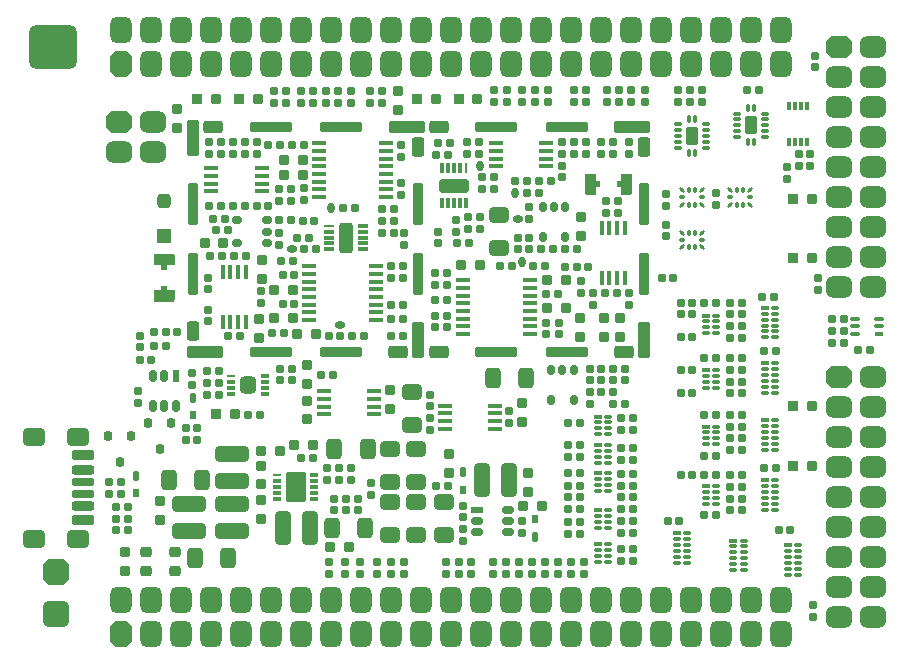
<source format=gbr>
%TF.GenerationSoftware,Altium Limited,Altium Designer,22.7.1 (60)*%
G04 Layer_Color=8388736*
%FSLAX45Y45*%
%MOMM*%
%TF.SameCoordinates,2D3331B9-BAF7-4184-A00F-DBC0A2210F31*%
%TF.FilePolarity,Negative*%
%TF.FileFunction,Soldermask,Top*%
%TF.Part,Single*%
G01*
G75*
%TA.AperFunction,ComponentPad*%
G04:AMPARAMS|DCode=132|XSize=1.78mm|YSize=2.18mm|CornerRadius=0mm|HoleSize=0mm|Usage=FLASHONLY|Rotation=270.000|XOffset=0mm|YOffset=0mm|HoleType=Round|Shape=Octagon|*
%AMOCTAGOND132*
4,1,8,1.09000,0.44500,1.09000,-0.44500,0.64500,-0.89000,-0.64500,-0.89000,-1.09000,-0.44500,-1.09000,0.44500,-0.64500,0.89000,0.64500,0.89000,1.09000,0.44500,0.0*
%
%ADD132OCTAGOND132*%

G04:AMPARAMS|DCode=133|XSize=1.78mm|YSize=2.18mm|CornerRadius=0.465mm|HoleSize=0mm|Usage=FLASHONLY|Rotation=270.000|XOffset=0mm|YOffset=0mm|HoleType=Round|Shape=RoundedRectangle|*
%AMROUNDEDRECTD133*
21,1,1.78000,1.25001,0,0,270.0*
21,1,0.85000,2.18000,0,0,270.0*
1,1,0.93000,-0.62500,-0.42500*
1,1,0.93000,-0.62500,0.42500*
1,1,0.93000,0.62500,0.42500*
1,1,0.93000,0.62500,-0.42500*
%
%ADD133ROUNDEDRECTD133*%
G04:AMPARAMS|DCode=134|XSize=1.78mm|YSize=2.18mm|CornerRadius=0mm|HoleSize=0mm|Usage=FLASHONLY|Rotation=0.000|XOffset=0mm|YOffset=0mm|HoleType=Round|Shape=Octagon|*
%AMOCTAGOND134*
4,1,8,-0.44500,1.09000,0.44500,1.09000,0.89000,0.64500,0.89000,-0.64500,0.44500,-1.09000,-0.44500,-1.09000,-0.89000,-0.64500,-0.89000,0.64500,-0.44500,1.09000,0.0*
%
%ADD134OCTAGOND134*%

G04:AMPARAMS|DCode=135|XSize=1.78mm|YSize=2.18mm|CornerRadius=0.465mm|HoleSize=0mm|Usage=FLASHONLY|Rotation=0.000|XOffset=0mm|YOffset=0mm|HoleType=Round|Shape=RoundedRectangle|*
%AMROUNDEDRECTD135*
21,1,1.78000,1.25001,0,0,0.0*
21,1,0.85000,2.18000,0,0,0.0*
1,1,0.93000,0.42500,-0.62500*
1,1,0.93000,-0.42500,-0.62500*
1,1,0.93000,-0.42500,0.62500*
1,1,0.93000,0.42500,0.62500*
%
%ADD135ROUNDEDRECTD135*%
G04:AMPARAMS|DCode=136|XSize=1.88mm|YSize=1.53mm|CornerRadius=0.4025mm|HoleSize=0mm|Usage=FLASHONLY|Rotation=180.000|XOffset=0mm|YOffset=0mm|HoleType=Round|Shape=RoundedRectangle|*
%AMROUNDEDRECTD136*
21,1,1.88000,0.72500,0,0,180.0*
21,1,1.07500,1.53000,0,0,180.0*
1,1,0.80500,-0.53750,0.36250*
1,1,0.80500,0.53750,0.36250*
1,1,0.80500,0.53750,-0.36250*
1,1,0.80500,-0.53750,-0.36250*
%
%ADD136ROUNDEDRECTD136*%
G04:AMPARAMS|DCode=137|XSize=4.08mm|YSize=3.68mm|CornerRadius=0.58mm|HoleSize=0mm|Usage=FLASHONLY|Rotation=0.000|XOffset=0mm|YOffset=0mm|HoleType=Round|Shape=RoundedRectangle|*
%AMROUNDEDRECTD137*
21,1,4.08000,2.52000,0,0,0.0*
21,1,2.92000,3.68000,0,0,0.0*
1,1,1.16000,1.46000,-1.26000*
1,1,1.16000,-1.46000,-1.26000*
1,1,1.16000,-1.46000,1.26000*
1,1,1.16000,1.46000,1.26000*
%
%ADD137ROUNDEDRECTD137*%
G04:AMPARAMS|DCode=138|XSize=2.28mm|YSize=2.28mm|CornerRadius=0mm|HoleSize=0mm|Usage=FLASHONLY|Rotation=270.000|XOffset=0mm|YOffset=0mm|HoleType=Round|Shape=Octagon|*
%AMOCTAGOND138*
4,1,8,-0.57000,-1.14000,0.57000,-1.14000,1.14000,-0.57000,1.14000,0.57000,0.57000,1.14000,-0.57000,1.14000,-1.14000,0.57000,-1.14000,-0.57000,-0.57000,-1.14000,0.0*
%
%ADD138OCTAGOND138*%

G04:AMPARAMS|DCode=139|XSize=2.28mm|YSize=2.28mm|CornerRadius=0.59mm|HoleSize=0mm|Usage=FLASHONLY|Rotation=270.000|XOffset=0mm|YOffset=0mm|HoleType=Round|Shape=RoundedRectangle|*
%AMROUNDEDRECTD139*
21,1,2.28000,1.10000,0,0,270.0*
21,1,1.10000,2.28000,0,0,270.0*
1,1,1.18000,-0.55000,-0.55000*
1,1,1.18000,-0.55000,0.55000*
1,1,1.18000,0.55000,0.55000*
1,1,1.18000,0.55000,-0.55000*
%
%ADD139ROUNDEDRECTD139*%
%TA.AperFunction,SMDPad,CuDef*%
%ADD608R,0.66000X0.30000*%
G04:AMPARAMS|DCode=609|XSize=0.3mm|YSize=0.66mm|CornerRadius=0.095mm|HoleSize=0mm|Usage=FLASHONLY|Rotation=90.000|XOffset=0mm|YOffset=0mm|HoleType=Round|Shape=RoundedRectangle|*
%AMROUNDEDRECTD609*
21,1,0.30000,0.47000,0,0,90.0*
21,1,0.11000,0.66000,0,0,90.0*
1,1,0.19000,0.23500,0.05500*
1,1,0.19000,0.23500,-0.05500*
1,1,0.19000,-0.23500,-0.05500*
1,1,0.19000,-0.23500,0.05500*
%
%ADD609ROUNDEDRECTD609*%
G04:AMPARAMS|DCode=610|XSize=0.6mm|YSize=0.28mm|CornerRadius=0mm|HoleSize=0mm|Usage=FLASHONLY|Rotation=135.000|XOffset=0mm|YOffset=0mm|HoleType=Round|Shape=Round|*
%AMOVALD610*
21,1,0.32000,0.28000,0.00000,0.00000,135.0*
1,1,0.28000,0.11314,-0.11314*
1,1,0.28000,-0.11314,0.11314*
%
%ADD610OVALD610*%

%ADD611O,0.28000X0.51000*%
G04:AMPARAMS|DCode=612|XSize=0.6mm|YSize=0.28mm|CornerRadius=0mm|HoleSize=0mm|Usage=FLASHONLY|Rotation=45.000|XOffset=0mm|YOffset=0mm|HoleType=Round|Shape=Round|*
%AMOVALD612*
21,1,0.32000,0.28000,0.00000,0.00000,45.0*
1,1,0.28000,-0.11314,-0.11314*
1,1,0.28000,0.11314,0.11314*
%
%ADD612OVALD612*%

%ADD613O,0.51000X0.28000*%
G04:AMPARAMS|DCode=614|XSize=0.63mm|YSize=0.88mm|CornerRadius=0.1775mm|HoleSize=0mm|Usage=FLASHONLY|Rotation=0.000|XOffset=0mm|YOffset=0mm|HoleType=Round|Shape=RoundedRectangle|*
%AMROUNDEDRECTD614*
21,1,0.63000,0.52500,0,0,0.0*
21,1,0.27500,0.88000,0,0,0.0*
1,1,0.35500,0.13750,-0.26250*
1,1,0.35500,-0.13750,-0.26250*
1,1,0.35500,-0.13750,0.26250*
1,1,0.35500,0.13750,0.26250*
%
%ADD614ROUNDEDRECTD614*%
G04:AMPARAMS|DCode=615|XSize=0.29mm|YSize=0.73mm|CornerRadius=0.0875mm|HoleSize=0mm|Usage=FLASHONLY|Rotation=90.000|XOffset=0mm|YOffset=0mm|HoleType=Round|Shape=RoundedRectangle|*
%AMROUNDEDRECTD615*
21,1,0.29000,0.55500,0,0,90.0*
21,1,0.11500,0.73000,0,0,90.0*
1,1,0.17500,0.27750,0.05750*
1,1,0.17500,0.27750,-0.05750*
1,1,0.17500,-0.27750,-0.05750*
1,1,0.17500,-0.27750,0.05750*
%
%ADD615ROUNDEDRECTD615*%
G04:AMPARAMS|DCode=616|XSize=0.29mm|YSize=0.73mm|CornerRadius=0.0875mm|HoleSize=0mm|Usage=FLASHONLY|Rotation=0.000|XOffset=0mm|YOffset=0mm|HoleType=Round|Shape=RoundedRectangle|*
%AMROUNDEDRECTD616*
21,1,0.29000,0.55500,0,0,0.0*
21,1,0.11500,0.73000,0,0,0.0*
1,1,0.17500,0.05750,-0.27750*
1,1,0.17500,-0.05750,-0.27750*
1,1,0.17500,-0.05750,0.27750*
1,1,0.17500,0.05750,0.27750*
%
%ADD616ROUNDEDRECTD616*%
G04:AMPARAMS|DCode=617|XSize=1.06mm|YSize=1.56mm|CornerRadius=0.28mm|HoleSize=0mm|Usage=FLASHONLY|Rotation=0.000|XOffset=0mm|YOffset=0mm|HoleType=Round|Shape=RoundedRectangle|*
%AMROUNDEDRECTD617*
21,1,1.06000,1.00000,0,0,0.0*
21,1,0.50000,1.56000,0,0,0.0*
1,1,0.56000,0.25000,-0.50000*
1,1,0.56000,-0.25000,-0.50000*
1,1,0.56000,-0.25000,0.50000*
1,1,0.56000,0.25000,0.50000*
%
%ADD617ROUNDEDRECTD617*%
G04:AMPARAMS|DCode=618|XSize=0.29mm|YSize=0.76mm|CornerRadius=0.0875mm|HoleSize=0mm|Usage=FLASHONLY|Rotation=90.000|XOffset=0mm|YOffset=0mm|HoleType=Round|Shape=RoundedRectangle|*
%AMROUNDEDRECTD618*
21,1,0.29000,0.58500,0,0,90.0*
21,1,0.11500,0.76000,0,0,90.0*
1,1,0.17500,0.29250,0.05750*
1,1,0.17500,0.29250,-0.05750*
1,1,0.17500,-0.29250,-0.05750*
1,1,0.17500,-0.29250,0.05750*
%
%ADD618ROUNDEDRECTD618*%
G04:AMPARAMS|DCode=619|XSize=2.56mm|YSize=1.71mm|CornerRadius=0.195mm|HoleSize=0mm|Usage=FLASHONLY|Rotation=90.000|XOffset=0mm|YOffset=0mm|HoleType=Round|Shape=RoundedRectangle|*
%AMROUNDEDRECTD619*
21,1,2.56000,1.32000,0,0,90.0*
21,1,2.17000,1.71000,0,0,90.0*
1,1,0.39000,0.66000,1.08500*
1,1,0.39000,0.66000,-1.08500*
1,1,0.39000,-0.66000,-1.08500*
1,1,0.39000,-0.66000,1.08500*
%
%ADD619ROUNDEDRECTD619*%
%ADD620R,0.76000X0.29000*%
G04:AMPARAMS|DCode=621|XSize=0.41mm|YSize=1.21mm|CornerRadius=0.1175mm|HoleSize=0mm|Usage=FLASHONLY|Rotation=90.000|XOffset=0mm|YOffset=0mm|HoleType=Round|Shape=RoundedRectangle|*
%AMROUNDEDRECTD621*
21,1,0.41000,0.97500,0,0,90.0*
21,1,0.17500,1.21000,0,0,90.0*
1,1,0.23500,0.48750,0.08750*
1,1,0.23500,0.48750,-0.08750*
1,1,0.23500,-0.48750,-0.08750*
1,1,0.23500,-0.48750,0.08750*
%
%ADD621ROUNDEDRECTD621*%
%ADD622R,1.21000X0.41000*%
%ADD623R,0.98000X0.63000*%
G04:AMPARAMS|DCode=624|XSize=0.63mm|YSize=0.98mm|CornerRadius=0.1775mm|HoleSize=0mm|Usage=FLASHONLY|Rotation=90.000|XOffset=0mm|YOffset=0mm|HoleType=Round|Shape=RoundedRectangle|*
%AMROUNDEDRECTD624*
21,1,0.63000,0.62500,0,0,90.0*
21,1,0.27500,0.98000,0,0,90.0*
1,1,0.35500,0.31250,0.13750*
1,1,0.35500,0.31250,-0.13750*
1,1,0.35500,-0.31250,-0.13750*
1,1,0.35500,-0.31250,0.13750*
%
%ADD624ROUNDEDRECTD624*%
%ADD625R,0.63000X0.98000*%
G04:AMPARAMS|DCode=626|XSize=0.63mm|YSize=0.98mm|CornerRadius=0.1775mm|HoleSize=0mm|Usage=FLASHONLY|Rotation=0.000|XOffset=0mm|YOffset=0mm|HoleType=Round|Shape=RoundedRectangle|*
%AMROUNDEDRECTD626*
21,1,0.63000,0.62500,0,0,0.0*
21,1,0.27500,0.98000,0,0,0.0*
1,1,0.35500,0.13750,-0.31250*
1,1,0.35500,-0.13750,-0.31250*
1,1,0.35500,-0.13750,0.31250*
1,1,0.35500,0.13750,0.31250*
%
%ADD626ROUNDEDRECTD626*%
G04:AMPARAMS|DCode=627|XSize=1.46mm|YSize=1.36mm|CornerRadius=0.355mm|HoleSize=0mm|Usage=FLASHONLY|Rotation=90.000|XOffset=0mm|YOffset=0mm|HoleType=Round|Shape=RoundedRectangle|*
%AMROUNDEDRECTD627*
21,1,1.46000,0.65000,0,0,90.0*
21,1,0.75000,1.36000,0,0,90.0*
1,1,0.71000,0.32500,0.37500*
1,1,0.71000,0.32500,-0.37500*
1,1,0.71000,-0.32500,-0.37500*
1,1,0.71000,-0.32500,0.37500*
%
%ADD627ROUNDEDRECTD627*%
G04:AMPARAMS|DCode=628|XSize=0.41mm|YSize=0.78mm|CornerRadius=0.1225mm|HoleSize=0mm|Usage=FLASHONLY|Rotation=270.000|XOffset=0mm|YOffset=0mm|HoleType=Round|Shape=RoundedRectangle|*
%AMROUNDEDRECTD628*
21,1,0.41000,0.53500,0,0,270.0*
21,1,0.16500,0.78000,0,0,270.0*
1,1,0.24500,-0.26750,-0.08250*
1,1,0.24500,-0.26750,0.08250*
1,1,0.24500,0.26750,0.08250*
1,1,0.24500,0.26750,-0.08250*
%
%ADD628ROUNDEDRECTD628*%
%ADD629R,0.78000X0.41000*%
%ADD630R,0.30000X0.75000*%
G04:AMPARAMS|DCode=631|XSize=0.3mm|YSize=0.75mm|CornerRadius=0.0875mm|HoleSize=0mm|Usage=FLASHONLY|Rotation=0.000|XOffset=0mm|YOffset=0mm|HoleType=Round|Shape=RoundedRectangle|*
%AMROUNDEDRECTD631*
21,1,0.30000,0.57500,0,0,0.0*
21,1,0.12500,0.75000,0,0,0.0*
1,1,0.17500,0.06250,-0.28750*
1,1,0.17500,-0.06250,-0.28750*
1,1,0.17500,-0.06250,0.28750*
1,1,0.17500,0.06250,0.28750*
%
%ADD631ROUNDEDRECTD631*%
G04:AMPARAMS|DCode=632|XSize=0.63mm|YSize=0.88mm|CornerRadius=0.1775mm|HoleSize=0mm|Usage=FLASHONLY|Rotation=270.000|XOffset=0mm|YOffset=0mm|HoleType=Round|Shape=RoundedRectangle|*
%AMROUNDEDRECTD632*
21,1,0.63000,0.52500,0,0,270.0*
21,1,0.27500,0.88000,0,0,270.0*
1,1,0.35500,-0.26250,-0.13750*
1,1,0.35500,-0.26250,0.13750*
1,1,0.35500,0.26250,0.13750*
1,1,0.35500,0.26250,-0.13750*
%
%ADD632ROUNDEDRECTD632*%
G04:AMPARAMS|DCode=633|XSize=0.41mm|YSize=1.26mm|CornerRadius=0.1175mm|HoleSize=0mm|Usage=FLASHONLY|Rotation=90.000|XOffset=0mm|YOffset=0mm|HoleType=Round|Shape=RoundedRectangle|*
%AMROUNDEDRECTD633*
21,1,0.41000,1.02500,0,0,90.0*
21,1,0.17500,1.26000,0,0,90.0*
1,1,0.23500,0.51250,0.08750*
1,1,0.23500,0.51250,-0.08750*
1,1,0.23500,-0.51250,-0.08750*
1,1,0.23500,-0.51250,0.08750*
%
%ADD633ROUNDEDRECTD633*%
%ADD634R,1.26000X0.41000*%
%ADD635R,0.91000X0.29000*%
G04:AMPARAMS|DCode=636|XSize=0.29mm|YSize=0.91mm|CornerRadius=0.0875mm|HoleSize=0mm|Usage=FLASHONLY|Rotation=90.000|XOffset=0mm|YOffset=0mm|HoleType=Round|Shape=RoundedRectangle|*
%AMROUNDEDRECTD636*
21,1,0.29000,0.73500,0,0,90.0*
21,1,0.11500,0.91000,0,0,90.0*
1,1,0.17500,0.36750,0.05750*
1,1,0.17500,0.36750,-0.05750*
1,1,0.17500,-0.36750,-0.05750*
1,1,0.17500,-0.36750,0.05750*
%
%ADD636ROUNDEDRECTD636*%
G04:AMPARAMS|DCode=637|XSize=2.61mm|YSize=1.16mm|CornerRadius=0.305mm|HoleSize=0mm|Usage=FLASHONLY|Rotation=90.000|XOffset=0mm|YOffset=0mm|HoleType=Round|Shape=RoundedRectangle|*
%AMROUNDEDRECTD637*
21,1,2.61000,0.55000,0,0,90.0*
21,1,2.00000,1.16000,0,0,90.0*
1,1,0.61000,0.27500,1.00000*
1,1,0.61000,0.27500,-1.00000*
1,1,0.61000,-0.27500,-1.00000*
1,1,0.61000,-0.27500,1.00000*
%
%ADD637ROUNDEDRECTD637*%
G04:AMPARAMS|DCode=638|XSize=0.41mm|YSize=1.21mm|CornerRadius=0.1175mm|HoleSize=0mm|Usage=FLASHONLY|Rotation=180.000|XOffset=0mm|YOffset=0mm|HoleType=Round|Shape=RoundedRectangle|*
%AMROUNDEDRECTD638*
21,1,0.41000,0.97500,0,0,180.0*
21,1,0.17500,1.21000,0,0,180.0*
1,1,0.23500,-0.08750,0.48750*
1,1,0.23500,0.08750,0.48750*
1,1,0.23500,0.08750,-0.48750*
1,1,0.23500,-0.08750,-0.48750*
%
%ADD638ROUNDEDRECTD638*%
%ADD639R,0.41000X1.21000*%
%ADD640R,0.29000X0.91000*%
G04:AMPARAMS|DCode=641|XSize=0.29mm|YSize=0.91mm|CornerRadius=0.0875mm|HoleSize=0mm|Usage=FLASHONLY|Rotation=0.000|XOffset=0mm|YOffset=0mm|HoleType=Round|Shape=RoundedRectangle|*
%AMROUNDEDRECTD641*
21,1,0.29000,0.73500,0,0,0.0*
21,1,0.11500,0.91000,0,0,0.0*
1,1,0.17500,0.05750,-0.36750*
1,1,0.17500,-0.05750,-0.36750*
1,1,0.17500,-0.05750,0.36750*
1,1,0.17500,0.05750,0.36750*
%
%ADD641ROUNDEDRECTD641*%
G04:AMPARAMS|DCode=642|XSize=2.61mm|YSize=1.16mm|CornerRadius=0.305mm|HoleSize=0mm|Usage=FLASHONLY|Rotation=0.000|XOffset=0mm|YOffset=0mm|HoleType=Round|Shape=RoundedRectangle|*
%AMROUNDEDRECTD642*
21,1,2.61000,0.55000,0,0,0.0*
21,1,2.00000,1.16000,0,0,0.0*
1,1,0.61000,1.00000,-0.27500*
1,1,0.61000,-1.00000,-0.27500*
1,1,0.61000,-1.00000,0.27500*
1,1,0.61000,1.00000,0.27500*
%
%ADD642ROUNDEDRECTD642*%
%ADD643O,0.88000X0.68000*%
%ADD644O,0.68000X0.88000*%
G04:AMPARAMS|DCode=645|XSize=0.68mm|YSize=0.78mm|CornerRadius=0.19mm|HoleSize=0mm|Usage=FLASHONLY|Rotation=0.000|XOffset=0mm|YOffset=0mm|HoleType=Round|Shape=RoundedRectangle|*
%AMROUNDEDRECTD645*
21,1,0.68000,0.40000,0,0,0.0*
21,1,0.30000,0.78000,0,0,0.0*
1,1,0.38000,0.15000,-0.20000*
1,1,0.38000,-0.15000,-0.20000*
1,1,0.38000,-0.15000,0.20000*
1,1,0.38000,0.15000,0.20000*
%
%ADD645ROUNDEDRECTD645*%
G04:AMPARAMS|DCode=646|XSize=0.68mm|YSize=0.68mm|CornerRadius=0.19mm|HoleSize=0mm|Usage=FLASHONLY|Rotation=270.000|XOffset=0mm|YOffset=0mm|HoleType=Round|Shape=RoundedRectangle|*
%AMROUNDEDRECTD646*
21,1,0.68000,0.30000,0,0,270.0*
21,1,0.30000,0.68000,0,0,270.0*
1,1,0.38000,-0.15000,-0.15000*
1,1,0.38000,-0.15000,0.15000*
1,1,0.38000,0.15000,0.15000*
1,1,0.38000,0.15000,-0.15000*
%
%ADD646ROUNDEDRECTD646*%
G04:AMPARAMS|DCode=647|XSize=0.68mm|YSize=0.68mm|CornerRadius=0.19mm|HoleSize=0mm|Usage=FLASHONLY|Rotation=0.000|XOffset=0mm|YOffset=0mm|HoleType=Round|Shape=RoundedRectangle|*
%AMROUNDEDRECTD647*
21,1,0.68000,0.30000,0,0,0.0*
21,1,0.30000,0.68000,0,0,0.0*
1,1,0.38000,0.15000,-0.15000*
1,1,0.38000,-0.15000,-0.15000*
1,1,0.38000,-0.15000,0.15000*
1,1,0.38000,0.15000,0.15000*
%
%ADD647ROUNDEDRECTD647*%
%ADD648R,0.54000X1.00000*%
%ADD649O,1.78000X0.38000*%
%ADD650R,1.00000X0.54000*%
%ADD651O,0.38000X1.78000*%
G04:AMPARAMS|DCode=652|XSize=1.88mm|YSize=0.71mm|CornerRadius=0.1975mm|HoleSize=0mm|Usage=FLASHONLY|Rotation=180.000|XOffset=0mm|YOffset=0mm|HoleType=Round|Shape=RoundedRectangle|*
%AMROUNDEDRECTD652*
21,1,1.88000,0.31500,0,0,180.0*
21,1,1.48500,0.71000,0,0,180.0*
1,1,0.39500,-0.74250,0.15750*
1,1,0.39500,0.74250,0.15750*
1,1,0.39500,0.74250,-0.15750*
1,1,0.39500,-0.74250,-0.15750*
%
%ADD652ROUNDEDRECTD652*%
G04:AMPARAMS|DCode=653|XSize=1.88mm|YSize=0.8mm|CornerRadius=0.22mm|HoleSize=0mm|Usage=FLASHONLY|Rotation=180.000|XOffset=0mm|YOffset=0mm|HoleType=Round|Shape=RoundedRectangle|*
%AMROUNDEDRECTD653*
21,1,1.88000,0.36000,0,0,180.0*
21,1,1.44000,0.80000,0,0,180.0*
1,1,0.44000,-0.72000,0.18000*
1,1,0.44000,0.72000,0.18000*
1,1,0.44000,0.72000,-0.18000*
1,1,0.44000,-0.72000,-0.18000*
%
%ADD653ROUNDEDRECTD653*%
G04:AMPARAMS|DCode=654|XSize=1.88mm|YSize=0.88mm|CornerRadius=0.24mm|HoleSize=0mm|Usage=FLASHONLY|Rotation=180.000|XOffset=0mm|YOffset=0mm|HoleType=Round|Shape=RoundedRectangle|*
%AMROUNDEDRECTD654*
21,1,1.88000,0.40000,0,0,180.0*
21,1,1.40000,0.88000,0,0,180.0*
1,1,0.48000,-0.70000,0.20000*
1,1,0.48000,0.70000,0.20000*
1,1,0.48000,0.70000,-0.20000*
1,1,0.48000,-0.70000,-0.20000*
%
%ADD654ROUNDEDRECTD654*%
G04:AMPARAMS|DCode=655|XSize=3.08mm|YSize=1.08mm|CornerRadius=0.29mm|HoleSize=0mm|Usage=FLASHONLY|Rotation=90.000|XOffset=0mm|YOffset=0mm|HoleType=Round|Shape=RoundedRectangle|*
%AMROUNDEDRECTD655*
21,1,3.08000,0.50000,0,0,90.0*
21,1,2.50000,1.08000,0,0,90.0*
1,1,0.58000,0.25000,1.25000*
1,1,0.58000,0.25000,-1.25000*
1,1,0.58000,-0.25000,-1.25000*
1,1,0.58000,-0.25000,1.25000*
%
%ADD655ROUNDEDRECTD655*%
%TA.AperFunction,SMDPad,SMDef*%
G04:AMPARAMS|DCode=656|XSize=3.6mm|YSize=0.8mm|CornerRadius=0.15mm|HoleSize=0mm|Usage=FLASHONLY|Rotation=90.000|XOffset=0mm|YOffset=0mm|HoleType=Round|Shape=RoundedRectangle|*
%AMROUNDEDRECTD656*
21,1,3.60000,0.50000,0,0,90.0*
21,1,3.30000,0.80000,0,0,90.0*
1,1,0.30000,0.25000,1.65000*
1,1,0.30000,0.25000,-1.65000*
1,1,0.30000,-0.25000,-1.65000*
1,1,0.30000,-0.25000,1.65000*
%
%ADD656ROUNDEDRECTD656*%
%TA.AperFunction,SMDPad,CuDef*%
G04:AMPARAMS|DCode=657|XSize=1.68mm|YSize=1.08mm|CornerRadius=0.29mm|HoleSize=0mm|Usage=FLASHONLY|Rotation=180.000|XOffset=0mm|YOffset=0mm|HoleType=Round|Shape=RoundedRectangle|*
%AMROUNDEDRECTD657*
21,1,1.68000,0.50000,0,0,180.0*
21,1,1.10000,1.08000,0,0,180.0*
1,1,0.58000,-0.55000,0.25000*
1,1,0.58000,0.55000,0.25000*
1,1,0.58000,0.55000,-0.25000*
1,1,0.58000,-0.55000,-0.25000*
%
%ADD657ROUNDEDRECTD657*%
G04:AMPARAMS|DCode=658|XSize=3.08mm|YSize=1.08mm|CornerRadius=0.29mm|HoleSize=0mm|Usage=FLASHONLY|Rotation=0.000|XOffset=0mm|YOffset=0mm|HoleType=Round|Shape=RoundedRectangle|*
%AMROUNDEDRECTD658*
21,1,3.08000,0.50000,0,0,0.0*
21,1,2.50000,1.08000,0,0,0.0*
1,1,0.58000,1.25000,-0.25000*
1,1,0.58000,-1.25000,-0.25000*
1,1,0.58000,-1.25000,0.25000*
1,1,0.58000,1.25000,0.25000*
%
%ADD658ROUNDEDRECTD658*%
%TA.AperFunction,SMDPad,SMDef*%
G04:AMPARAMS|DCode=659|XSize=3.596mm|YSize=0.796mm|CornerRadius=0.148mm|HoleSize=0mm|Usage=FLASHONLY|Rotation=0.000|XOffset=0mm|YOffset=0mm|HoleType=Round|Shape=RoundedRectangle|*
%AMROUNDEDRECTD659*
21,1,3.59600,0.50000,0,0,0.0*
21,1,3.30000,0.79600,0,0,0.0*
1,1,0.29600,1.65000,-0.25000*
1,1,0.29600,-1.65000,-0.25000*
1,1,0.29600,-1.65000,0.25000*
1,1,0.29600,1.65000,0.25000*
%
%ADD659ROUNDEDRECTD659*%
G04:AMPARAMS|DCode=660|XSize=3.6mm|YSize=0.8mm|CornerRadius=0.15mm|HoleSize=0mm|Usage=FLASHONLY|Rotation=0.000|XOffset=0mm|YOffset=0mm|HoleType=Round|Shape=RoundedRectangle|*
%AMROUNDEDRECTD660*
21,1,3.60000,0.50000,0,0,0.0*
21,1,3.30000,0.80000,0,0,0.0*
1,1,0.30000,1.65000,-0.25000*
1,1,0.30000,-1.65000,-0.25000*
1,1,0.30000,-1.65000,0.25000*
1,1,0.30000,1.65000,0.25000*
%
%ADD660ROUNDEDRECTD660*%
%TA.AperFunction,SMDPad,CuDef*%
G04:AMPARAMS|DCode=661|XSize=1.68mm|YSize=1.08mm|CornerRadius=0.29mm|HoleSize=0mm|Usage=FLASHONLY|Rotation=90.000|XOffset=0mm|YOffset=0mm|HoleType=Round|Shape=RoundedRectangle|*
%AMROUNDEDRECTD661*
21,1,1.68000,0.50000,0,0,90.0*
21,1,1.10000,1.08000,0,0,90.0*
1,1,0.58000,0.25000,0.55000*
1,1,0.58000,0.25000,-0.55000*
1,1,0.58000,-0.25000,-0.55000*
1,1,0.58000,-0.25000,0.55000*
%
%ADD661ROUNDEDRECTD661*%
G04:AMPARAMS|DCode=662|XSize=2.88mm|YSize=1.38mm|CornerRadius=0.365mm|HoleSize=0mm|Usage=FLASHONLY|Rotation=90.000|XOffset=0mm|YOffset=0mm|HoleType=Round|Shape=RoundedRectangle|*
%AMROUNDEDRECTD662*
21,1,2.88000,0.65000,0,0,90.0*
21,1,2.15000,1.38000,0,0,90.0*
1,1,0.73000,0.32500,1.07500*
1,1,0.73000,0.32500,-1.07500*
1,1,0.73000,-0.32500,-1.07500*
1,1,0.73000,-0.32500,1.07500*
%
%ADD662ROUNDEDRECTD662*%
G04:AMPARAMS|DCode=663|XSize=2.88mm|YSize=1.38mm|CornerRadius=0.365mm|HoleSize=0mm|Usage=FLASHONLY|Rotation=0.000|XOffset=0mm|YOffset=0mm|HoleType=Round|Shape=RoundedRectangle|*
%AMROUNDEDRECTD663*
21,1,2.88000,0.65000,0,0,0.0*
21,1,2.15000,1.38000,0,0,0.0*
1,1,0.73000,1.07500,-0.32500*
1,1,0.73000,-1.07500,-0.32500*
1,1,0.73000,-1.07500,0.32500*
1,1,0.73000,1.07500,0.32500*
%
%ADD663ROUNDEDRECTD663*%
G04:AMPARAMS|DCode=664|XSize=0.98mm|YSize=0.88mm|CornerRadius=0.24mm|HoleSize=0mm|Usage=FLASHONLY|Rotation=0.000|XOffset=0mm|YOffset=0mm|HoleType=Round|Shape=RoundedRectangle|*
%AMROUNDEDRECTD664*
21,1,0.98000,0.40000,0,0,0.0*
21,1,0.50000,0.88000,0,0,0.0*
1,1,0.48000,0.25000,-0.20000*
1,1,0.48000,-0.25000,-0.20000*
1,1,0.48000,-0.25000,0.20000*
1,1,0.48000,0.25000,0.20000*
%
%ADD664ROUNDEDRECTD664*%
G04:AMPARAMS|DCode=665|XSize=0.88mm|YSize=0.88mm|CornerRadius=0.24mm|HoleSize=0mm|Usage=FLASHONLY|Rotation=90.000|XOffset=0mm|YOffset=0mm|HoleType=Round|Shape=RoundedRectangle|*
%AMROUNDEDRECTD665*
21,1,0.88000,0.40000,0,0,90.0*
21,1,0.40000,0.88000,0,0,90.0*
1,1,0.48000,0.20000,0.20000*
1,1,0.48000,0.20000,-0.20000*
1,1,0.48000,-0.20000,-0.20000*
1,1,0.48000,-0.20000,0.20000*
%
%ADD665ROUNDEDRECTD665*%
%ADD666R,0.88000X0.88000*%
G04:AMPARAMS|DCode=667|XSize=0.58mm|YSize=0.78mm|CornerRadius=0.165mm|HoleSize=0mm|Usage=FLASHONLY|Rotation=180.000|XOffset=0mm|YOffset=0mm|HoleType=Round|Shape=RoundedRectangle|*
%AMROUNDEDRECTD667*
21,1,0.58000,0.45000,0,0,180.0*
21,1,0.25000,0.78000,0,0,180.0*
1,1,0.33000,-0.12500,0.22500*
1,1,0.33000,0.12500,0.22500*
1,1,0.33000,0.12500,-0.22500*
1,1,0.33000,-0.12500,-0.22500*
%
%ADD667ROUNDEDRECTD667*%
%ADD668R,0.58000X0.78000*%
G04:AMPARAMS|DCode=669|XSize=1.18mm|YSize=1.18mm|CornerRadius=0.315mm|HoleSize=0mm|Usage=FLASHONLY|Rotation=180.000|XOffset=0mm|YOffset=0mm|HoleType=Round|Shape=RoundedRectangle|*
%AMROUNDEDRECTD669*
21,1,1.18000,0.55000,0,0,180.0*
21,1,0.55000,1.18000,0,0,180.0*
1,1,0.63000,-0.27500,0.27500*
1,1,0.63000,0.27500,0.27500*
1,1,0.63000,0.27500,-0.27500*
1,1,0.63000,-0.27500,-0.27500*
%
%ADD669ROUNDEDRECTD669*%
%ADD670R,1.18000X1.18000*%
G04:AMPARAMS|DCode=671|XSize=0.88mm|YSize=0.88mm|CornerRadius=0.24mm|HoleSize=0mm|Usage=FLASHONLY|Rotation=180.000|XOffset=0mm|YOffset=0mm|HoleType=Round|Shape=RoundedRectangle|*
%AMROUNDEDRECTD671*
21,1,0.88000,0.40000,0,0,180.0*
21,1,0.40000,0.88000,0,0,180.0*
1,1,0.48000,-0.20000,0.20000*
1,1,0.48000,0.20000,0.20000*
1,1,0.48000,0.20000,-0.20000*
1,1,0.48000,-0.20000,-0.20000*
%
%ADD671ROUNDEDRECTD671*%
G04:AMPARAMS|DCode=672|XSize=1.73mm|YSize=1.33mm|CornerRadius=0.3525mm|HoleSize=0mm|Usage=FLASHONLY|Rotation=0.000|XOffset=0mm|YOffset=0mm|HoleType=Round|Shape=RoundedRectangle|*
%AMROUNDEDRECTD672*
21,1,1.73000,0.62500,0,0,0.0*
21,1,1.02500,1.33000,0,0,0.0*
1,1,0.70500,0.51250,-0.31250*
1,1,0.70500,-0.51250,-0.31250*
1,1,0.70500,-0.51250,0.31250*
1,1,0.70500,0.51250,0.31250*
%
%ADD672ROUNDEDRECTD672*%
G04:AMPARAMS|DCode=673|XSize=1.73mm|YSize=1.33mm|CornerRadius=0.3525mm|HoleSize=0mm|Usage=FLASHONLY|Rotation=270.000|XOffset=0mm|YOffset=0mm|HoleType=Round|Shape=RoundedRectangle|*
%AMROUNDEDRECTD673*
21,1,1.73000,0.62500,0,0,270.0*
21,1,1.02500,1.33000,0,0,270.0*
1,1,0.70500,-0.31250,-0.51250*
1,1,0.70500,-0.31250,0.51250*
1,1,0.70500,0.31250,0.51250*
1,1,0.70500,0.31250,-0.51250*
%
%ADD673ROUNDEDRECTD673*%
G36*
X2485784Y3083942D02*
X2486538Y3083713D01*
X2487233Y3083342D01*
X2487842Y3082842D01*
X2488342Y3082233D01*
X2488713Y3081538D01*
X2488942Y3080784D01*
X2489019Y3080000D01*
Y3005000D01*
X2488942Y3004216D01*
X2488713Y3003462D01*
X2488342Y3002767D01*
X2487842Y3002158D01*
X2487233Y3001658D01*
X2486538Y3001287D01*
X2485784Y3001058D01*
X2485000Y3000981D01*
X2315000D01*
X2314216Y3001058D01*
X2313462Y3001287D01*
X2312767Y3001658D01*
X2312158Y3002158D01*
X2311658Y3002767D01*
X2311287Y3003462D01*
X2311058Y3004216D01*
X2310981Y3005000D01*
Y3080000D01*
X2311058Y3080784D01*
X2311287Y3081538D01*
X2311658Y3082233D01*
X2312158Y3082842D01*
X2312767Y3083342D01*
X2313462Y3083713D01*
X2314216Y3083942D01*
X2315000Y3084019D01*
X2372511D01*
X2373295Y3083942D01*
X2374049Y3083713D01*
X2374744Y3083342D01*
X2375353Y3082842D01*
X2375853Y3082233D01*
X2376224Y3081538D01*
X2376453Y3080784D01*
X2376530Y3080000D01*
Y3024006D01*
X2423527D01*
Y3080000D01*
X2423604Y3080784D01*
X2423833Y3081538D01*
X2424204Y3082233D01*
X2424704Y3082842D01*
X2425313Y3083342D01*
X2426008Y3083713D01*
X2426762Y3083942D01*
X2427546Y3084019D01*
X2485000D01*
X2485784Y3083942D01*
D02*
G37*
G36*
Y3378942D02*
X2486538Y3378713D01*
X2487233Y3378342D01*
X2487842Y3377842D01*
X2488342Y3377233D01*
X2488713Y3376538D01*
X2488942Y3375784D01*
X2489019Y3375000D01*
Y3300000D01*
X2488942Y3299216D01*
X2488713Y3298462D01*
X2488342Y3297767D01*
X2487842Y3297158D01*
X2487233Y3296658D01*
X2486538Y3296287D01*
X2485784Y3296058D01*
X2485000Y3295981D01*
X2427505Y3295981D01*
X2426721Y3296058D01*
X2425967Y3296287D01*
X2425272Y3296659D01*
X2424663Y3297159D01*
X2424163Y3297768D01*
X2423792Y3298462D01*
X2423563Y3299216D01*
X2423486Y3300001D01*
X2423485Y3355986D01*
X2376522Y3355986D01*
X2376522Y3300000D01*
X2376445Y3299216D01*
X2376216Y3298462D01*
X2375845Y3297767D01*
X2375345Y3297158D01*
X2374736Y3296658D01*
X2374041Y3296287D01*
X2373287Y3296058D01*
X2372503Y3295981D01*
X2315000Y3295981D01*
X2314216Y3296058D01*
X2313462Y3296287D01*
X2312767Y3296658D01*
X2312158Y3297158D01*
X2311658Y3297767D01*
X2311287Y3298462D01*
X2311058Y3299216D01*
X2310981Y3300000D01*
Y3375000D01*
X2311058Y3375784D01*
X2311287Y3376538D01*
X2311658Y3377233D01*
X2312158Y3377842D01*
X2312767Y3378342D01*
X2313462Y3378713D01*
X2314216Y3378942D01*
X2315000Y3379019D01*
X2485000D01*
X2485784Y3378942D01*
D02*
G37*
G36*
X6050784Y4068942D02*
X6051538Y4068713D01*
X6052233Y4068342D01*
X6052842Y4067842D01*
X6053342Y4067233D01*
X6053713Y4066538D01*
X6053942Y4065784D01*
X6054019Y4065000D01*
X6054019Y4007505D01*
X6053942Y4006721D01*
X6053713Y4005967D01*
X6053341Y4005272D01*
X6052842Y4004663D01*
X6052232Y4004163D01*
X6051538Y4003792D01*
X6050784Y4003563D01*
X6050000Y4003486D01*
X5994014Y4003485D01*
X5994014Y3956522D01*
X6050000Y3956522D01*
X6050784Y3956445D01*
X6051538Y3956216D01*
X6052233Y3955845D01*
X6052842Y3955345D01*
X6053342Y3954736D01*
X6053713Y3954041D01*
X6053942Y3953287D01*
X6054019Y3952503D01*
X6054019Y3895000D01*
X6053942Y3894216D01*
X6053713Y3893462D01*
X6053342Y3892767D01*
X6052842Y3892158D01*
X6052233Y3891658D01*
X6051538Y3891287D01*
X6050784Y3891058D01*
X6050000Y3890981D01*
X5975000D01*
X5974216Y3891058D01*
X5973462Y3891287D01*
X5972767Y3891658D01*
X5972158Y3892158D01*
X5971658Y3892767D01*
X5971287Y3893462D01*
X5971058Y3894216D01*
X5970981Y3895000D01*
Y4065000D01*
X5971058Y4065784D01*
X5971287Y4066538D01*
X5971658Y4067233D01*
X5972158Y4067842D01*
X5972767Y4068342D01*
X5973462Y4068713D01*
X5974216Y4068942D01*
X5975000Y4069019D01*
X6050000D01*
X6050784Y4068942D01*
D02*
G37*
G36*
X6345784D02*
X6346538Y4068713D01*
X6347233Y4068342D01*
X6347842Y4067842D01*
X6348342Y4067233D01*
X6348713Y4066538D01*
X6348942Y4065784D01*
X6349019Y4065000D01*
Y3895000D01*
X6348942Y3894216D01*
X6348713Y3893462D01*
X6348342Y3892767D01*
X6347842Y3892158D01*
X6347233Y3891658D01*
X6346538Y3891287D01*
X6345784Y3891058D01*
X6345000Y3890981D01*
X6270000D01*
X6269216Y3891058D01*
X6268462Y3891287D01*
X6267767Y3891658D01*
X6267158Y3892158D01*
X6266658Y3892767D01*
X6266287Y3893462D01*
X6266058Y3894216D01*
X6265981Y3895000D01*
Y3952511D01*
X6266058Y3953295D01*
X6266287Y3954049D01*
X6266658Y3954744D01*
X6267158Y3955353D01*
X6267767Y3955853D01*
X6268462Y3956224D01*
X6269216Y3956453D01*
X6270000Y3956530D01*
X6325994D01*
Y4003526D01*
X6270000D01*
X6269216Y4003604D01*
X6268462Y4003832D01*
X6267767Y4004204D01*
X6267158Y4004704D01*
X6266658Y4005313D01*
X6266287Y4006007D01*
X6266058Y4006762D01*
X6265981Y4007546D01*
Y4065000D01*
X6266058Y4065784D01*
X6266287Y4066538D01*
X6266658Y4067233D01*
X6267158Y4067842D01*
X6267767Y4068342D01*
X6268462Y4068713D01*
X6269216Y4068942D01*
X6270000Y4069019D01*
X6345000D01*
X6345784Y4068942D01*
D02*
G37*
D132*
X8108000Y2349500D02*
D03*
Y5143500D02*
D03*
X2012000Y4512400D02*
D03*
D133*
X8108000Y2095500D02*
D03*
Y1841500D02*
D03*
Y1587500D02*
D03*
Y1333500D02*
D03*
Y1079500D02*
D03*
Y825500D02*
D03*
X8402000Y2349500D02*
D03*
Y2095500D02*
D03*
Y1841500D02*
D03*
Y1587500D02*
D03*
Y1333500D02*
D03*
Y1079500D02*
D03*
Y825500D02*
D03*
X8108000Y571500D02*
D03*
Y317500D02*
D03*
X8402000Y571500D02*
D03*
Y317500D02*
D03*
X8108000Y4889500D02*
D03*
Y4635500D02*
D03*
Y4381500D02*
D03*
Y4127500D02*
D03*
Y3873500D02*
D03*
Y3619500D02*
D03*
X8402000Y5143500D02*
D03*
Y4889500D02*
D03*
Y4635500D02*
D03*
Y4381500D02*
D03*
Y4127500D02*
D03*
Y3873500D02*
D03*
Y3619500D02*
D03*
X8108000Y3365500D02*
D03*
Y3111500D02*
D03*
X8402000Y3365500D02*
D03*
Y3111500D02*
D03*
X2306000Y4512400D02*
D03*
Y4258400D02*
D03*
X2012000D02*
D03*
D134*
X2032000Y170500D02*
D03*
Y4996500D02*
D03*
D135*
X2286000Y170500D02*
D03*
X2540000D02*
D03*
X2794000D02*
D03*
X3048000D02*
D03*
X3302000D02*
D03*
X3556000D02*
D03*
X3810000D02*
D03*
X4064000D02*
D03*
X4318000D02*
D03*
X4572000D02*
D03*
X4826000D02*
D03*
X5080000D02*
D03*
X5334000D02*
D03*
X5588000D02*
D03*
X5842000D02*
D03*
X6096000D02*
D03*
X6350000D02*
D03*
X6604000D02*
D03*
X6858000D02*
D03*
X7112000D02*
D03*
X7366000D02*
D03*
X7620000D02*
D03*
X2032000Y464500D02*
D03*
X2286000D02*
D03*
X2540000D02*
D03*
X2794000D02*
D03*
X3048000D02*
D03*
X3302000D02*
D03*
X3556000D02*
D03*
X3810000D02*
D03*
X4064000D02*
D03*
X4318000D02*
D03*
X4572000D02*
D03*
X4826000D02*
D03*
X5080000D02*
D03*
X5334000D02*
D03*
X5588000D02*
D03*
X5842000D02*
D03*
X6096000D02*
D03*
X6350000D02*
D03*
X6604000D02*
D03*
X6858000D02*
D03*
X7112000D02*
D03*
X7366000D02*
D03*
X7620000D02*
D03*
X2286000Y4996500D02*
D03*
X2540000D02*
D03*
X2794000D02*
D03*
X3048000D02*
D03*
X3302000D02*
D03*
X3556000D02*
D03*
X3810000D02*
D03*
X4064000D02*
D03*
X4318000D02*
D03*
X4572000D02*
D03*
X4826000D02*
D03*
X5080000D02*
D03*
X5334000D02*
D03*
X5588000D02*
D03*
X5842000D02*
D03*
X6096000D02*
D03*
X6350000D02*
D03*
X6604000D02*
D03*
X6858000D02*
D03*
X7112000D02*
D03*
X7366000D02*
D03*
X7620000D02*
D03*
X2032000Y5290500D02*
D03*
X2286000D02*
D03*
X2540000D02*
D03*
X2794000D02*
D03*
X3048000D02*
D03*
X3302000D02*
D03*
X3556000D02*
D03*
X3810000D02*
D03*
X4064000D02*
D03*
X4318000D02*
D03*
X4572000D02*
D03*
X4826000D02*
D03*
X5080000D02*
D03*
X5334000D02*
D03*
X5588000D02*
D03*
X5842000D02*
D03*
X6096000D02*
D03*
X6350000D02*
D03*
X6604000D02*
D03*
X6858000D02*
D03*
X7112000D02*
D03*
X7366000D02*
D03*
X7620000D02*
D03*
D136*
X1672000Y978000D02*
D03*
X1292000D02*
D03*
X1672000Y1842000D02*
D03*
X1292000D02*
D03*
D137*
X1460500Y5143500D02*
D03*
D138*
X1480000Y695000D02*
D03*
D139*
Y345000D02*
D03*
D608*
X6067000Y935000D02*
D03*
X6987000Y1425000D02*
D03*
Y2405000D02*
D03*
X6067000Y1775000D02*
D03*
Y2015000D02*
D03*
Y1225000D02*
D03*
Y1535000D02*
D03*
X6987000Y1930000D02*
D03*
Y2869975D02*
D03*
X7677000Y925000D02*
D03*
X7487000Y1985000D02*
D03*
X7217000Y965000D02*
D03*
X7487000Y2465000D02*
D03*
X6737000Y1025000D02*
D03*
X7487000Y2935000D02*
D03*
X7487000Y1475000D02*
D03*
D609*
X6067000Y885000D02*
D03*
Y835000D02*
D03*
Y785000D02*
D03*
X6153000Y935000D02*
D03*
Y885000D02*
D03*
Y835000D02*
D03*
Y785000D02*
D03*
X6987000Y1375000D02*
D03*
Y1325000D02*
D03*
Y1275000D02*
D03*
X7073000Y1425000D02*
D03*
Y1375000D02*
D03*
Y1325000D02*
D03*
Y1275000D02*
D03*
X6987000Y2355000D02*
D03*
Y2305000D02*
D03*
Y2255000D02*
D03*
X7073000Y2405000D02*
D03*
Y2355000D02*
D03*
Y2305000D02*
D03*
Y2255000D02*
D03*
X6067000Y1725000D02*
D03*
Y1675000D02*
D03*
Y1625000D02*
D03*
X6153000Y1775000D02*
D03*
Y1725000D02*
D03*
Y1675000D02*
D03*
Y1625000D02*
D03*
X6067000Y1965000D02*
D03*
Y1915000D02*
D03*
Y1865000D02*
D03*
X6153000Y2015000D02*
D03*
Y1965000D02*
D03*
Y1915000D02*
D03*
Y1865000D02*
D03*
X6067000Y1175000D02*
D03*
Y1125000D02*
D03*
Y1075000D02*
D03*
X6153000Y1225000D02*
D03*
Y1175000D02*
D03*
Y1125000D02*
D03*
Y1075000D02*
D03*
X6067000Y1485000D02*
D03*
Y1435000D02*
D03*
Y1385000D02*
D03*
X6153000Y1535000D02*
D03*
Y1485000D02*
D03*
Y1435000D02*
D03*
Y1385000D02*
D03*
X6987000Y1880000D02*
D03*
Y1830000D02*
D03*
Y1780000D02*
D03*
X7073000Y1930000D02*
D03*
Y1880000D02*
D03*
Y1830000D02*
D03*
Y1780000D02*
D03*
X6987000Y2819975D02*
D03*
Y2769975D02*
D03*
Y2719975D02*
D03*
X7073000Y2869975D02*
D03*
Y2819975D02*
D03*
Y2769975D02*
D03*
Y2719975D02*
D03*
X7677000Y875000D02*
D03*
Y825000D02*
D03*
Y775000D02*
D03*
Y725000D02*
D03*
Y675000D02*
D03*
X7763000Y925000D02*
D03*
Y875000D02*
D03*
Y825000D02*
D03*
Y775000D02*
D03*
Y725000D02*
D03*
Y675000D02*
D03*
X7487000Y1935000D02*
D03*
Y1885000D02*
D03*
Y1835000D02*
D03*
Y1785000D02*
D03*
Y1735000D02*
D03*
X7573000Y1985000D02*
D03*
Y1935000D02*
D03*
Y1885000D02*
D03*
Y1835000D02*
D03*
Y1785000D02*
D03*
Y1735000D02*
D03*
X7217000Y915000D02*
D03*
Y865000D02*
D03*
Y815000D02*
D03*
Y765000D02*
D03*
Y715000D02*
D03*
X7303000Y965000D02*
D03*
Y915000D02*
D03*
Y865000D02*
D03*
Y815000D02*
D03*
Y765000D02*
D03*
Y715000D02*
D03*
X7487000Y2415000D02*
D03*
Y2365000D02*
D03*
Y2315000D02*
D03*
Y2265000D02*
D03*
Y2215000D02*
D03*
X7573000Y2465000D02*
D03*
Y2415000D02*
D03*
Y2365000D02*
D03*
Y2315000D02*
D03*
Y2265000D02*
D03*
Y2215000D02*
D03*
X6737000Y975000D02*
D03*
Y925000D02*
D03*
Y875000D02*
D03*
Y825000D02*
D03*
Y775000D02*
D03*
X6823000Y1025000D02*
D03*
Y975000D02*
D03*
Y925000D02*
D03*
Y875000D02*
D03*
Y825000D02*
D03*
Y775000D02*
D03*
X7487000Y2885000D02*
D03*
Y2835000D02*
D03*
Y2785000D02*
D03*
Y2735000D02*
D03*
Y2685000D02*
D03*
X7573000Y2935000D02*
D03*
Y2885000D02*
D03*
Y2835000D02*
D03*
Y2785000D02*
D03*
Y2735000D02*
D03*
Y2685000D02*
D03*
X7487000Y1425000D02*
D03*
Y1375000D02*
D03*
Y1325000D02*
D03*
Y1275000D02*
D03*
Y1225000D02*
D03*
X7573000Y1475000D02*
D03*
Y1425000D02*
D03*
Y1375000D02*
D03*
Y1325000D02*
D03*
Y1275000D02*
D03*
Y1225000D02*
D03*
D610*
X6784747Y3930254D02*
D03*
X6955253Y3809747D02*
D03*
X7184747Y3930253D02*
D03*
X7355253Y3809747D02*
D03*
X6784747Y3570253D02*
D03*
X6955253Y3449747D02*
D03*
D611*
X6845000Y3930001D02*
D03*
X6895000D02*
D03*
X6845000Y3810001D02*
D03*
X6895000D02*
D03*
X7245000Y3930000D02*
D03*
X7295000D02*
D03*
X7245000Y3810000D02*
D03*
X7295000D02*
D03*
X6845000Y3570000D02*
D03*
X6895000D02*
D03*
X6845000Y3450000D02*
D03*
X6895000D02*
D03*
D612*
X6955253Y3930254D02*
D03*
X6784747Y3809747D02*
D03*
X7355253Y3930253D02*
D03*
X7184747Y3809747D02*
D03*
X6955253Y3570253D02*
D03*
X6784747Y3449747D02*
D03*
D613*
X6785000Y3870000D02*
D03*
X6955000D02*
D03*
X7185000Y3870000D02*
D03*
X7355000D02*
D03*
X6785000Y3510000D02*
D03*
X6955000D02*
D03*
D614*
X5795000Y3787500D02*
D03*
X5700000D02*
D03*
X5605000D02*
D03*
Y3532500D02*
D03*
X5795000D02*
D03*
X5865000Y2407500D02*
D03*
X5770000D02*
D03*
X5675000D02*
D03*
Y2152500D02*
D03*
X5865000D02*
D03*
D615*
X6752000Y4490000D02*
D03*
Y4290000D02*
D03*
Y4440000D02*
D03*
Y4390000D02*
D03*
Y4340000D02*
D03*
X6988000Y4290000D02*
D03*
Y4340000D02*
D03*
Y4390000D02*
D03*
Y4440000D02*
D03*
Y4490000D02*
D03*
X7246998Y4580001D02*
D03*
Y4380001D02*
D03*
Y4530001D02*
D03*
Y4480001D02*
D03*
Y4430001D02*
D03*
X7482998Y4380001D02*
D03*
Y4430001D02*
D03*
Y4480001D02*
D03*
Y4530001D02*
D03*
Y4580001D02*
D03*
D616*
X6845000Y4247000D02*
D03*
X6895000D02*
D03*
Y4533000D02*
D03*
X6845000D02*
D03*
X7339998Y4337001D02*
D03*
X7389998D02*
D03*
Y4623001D02*
D03*
X7339998D02*
D03*
D617*
X6870000Y4390000D02*
D03*
X7364998Y4480001D02*
D03*
D618*
X3665000Y1320000D02*
D03*
Y1370000D02*
D03*
Y1420000D02*
D03*
Y1470000D02*
D03*
Y1520000D02*
D03*
X3355000Y1320000D02*
D03*
Y1370000D02*
D03*
Y1420000D02*
D03*
Y1470000D02*
D03*
X3254999Y2205000D02*
D03*
Y2255000D02*
D03*
Y2305000D02*
D03*
Y2355000D02*
D03*
X2964999Y2205000D02*
D03*
Y2255000D02*
D03*
Y2305000D02*
D03*
D619*
X3510000Y1420000D02*
D03*
D620*
X3355000Y1520000D02*
D03*
X2964999Y2355000D02*
D03*
D621*
X4172500Y2032500D02*
D03*
Y2097500D02*
D03*
Y2162500D02*
D03*
Y2227500D02*
D03*
X3747500Y2032500D02*
D03*
Y2097500D02*
D03*
Y2162500D02*
D03*
X5202500Y1912500D02*
D03*
Y1977500D02*
D03*
Y2042500D02*
D03*
Y2107500D02*
D03*
X4777500Y1912500D02*
D03*
Y1977500D02*
D03*
Y2042500D02*
D03*
X2797500Y4117500D02*
D03*
Y4052500D02*
D03*
Y3987500D02*
D03*
Y3922500D02*
D03*
X3222500Y4117500D02*
D03*
Y4052500D02*
D03*
Y3987500D02*
D03*
X5207500Y4327500D02*
D03*
Y4262500D02*
D03*
Y4197500D02*
D03*
Y4132500D02*
D03*
X5632500Y4327500D02*
D03*
Y4262500D02*
D03*
Y4197500D02*
D03*
D622*
X3747500Y2227500D02*
D03*
X4777500Y2107500D02*
D03*
X3222500Y3922500D02*
D03*
X5632500Y4132500D02*
D03*
D623*
X5050000Y1225000D02*
D03*
D624*
Y1130000D02*
D03*
Y1035000D02*
D03*
X5310000D02*
D03*
Y1130000D02*
D03*
Y1225000D02*
D03*
D625*
X2495000Y2360000D02*
D03*
D626*
X2400000D02*
D03*
X2305000D02*
D03*
Y2100000D02*
D03*
X2400000D02*
D03*
X2495000D02*
D03*
D627*
X3109999Y2280000D02*
D03*
D628*
X8250265Y2714551D02*
D03*
Y2779551D02*
D03*
Y2844551D02*
D03*
X8450266D02*
D03*
Y2779551D02*
D03*
D629*
Y2714551D02*
D03*
D630*
X7839999Y4640000D02*
D03*
D631*
X7789999D02*
D03*
X7739999D02*
D03*
X7689999D02*
D03*
X7839999Y4340000D02*
D03*
X7789999D02*
D03*
X7739999D02*
D03*
X7689999D02*
D03*
D632*
X3267500Y3485000D02*
D03*
Y3580000D02*
D03*
Y3675000D02*
D03*
X3012500D02*
D03*
Y3485000D02*
D03*
D633*
X4195000Y2832500D02*
D03*
Y2897500D02*
D03*
Y2962500D02*
D03*
Y3027500D02*
D03*
Y3092500D02*
D03*
Y3157500D02*
D03*
Y3222500D02*
D03*
Y3287500D02*
D03*
X3625000Y2832500D02*
D03*
Y2897500D02*
D03*
Y2962500D02*
D03*
Y3027500D02*
D03*
Y3092500D02*
D03*
Y3157500D02*
D03*
Y3222500D02*
D03*
X4275000Y3872500D02*
D03*
Y3937500D02*
D03*
Y4002500D02*
D03*
Y4067500D02*
D03*
Y4132500D02*
D03*
Y4197500D02*
D03*
Y4262500D02*
D03*
Y4327500D02*
D03*
X3705000Y3872500D02*
D03*
Y3937500D02*
D03*
Y4002500D02*
D03*
Y4067500D02*
D03*
Y4132500D02*
D03*
Y4197500D02*
D03*
Y4262500D02*
D03*
X4925000Y3167500D02*
D03*
Y3102500D02*
D03*
Y3037500D02*
D03*
Y2972500D02*
D03*
Y2907500D02*
D03*
Y2842500D02*
D03*
Y2777500D02*
D03*
Y2712500D02*
D03*
X5495000Y3167500D02*
D03*
Y3102500D02*
D03*
Y3037500D02*
D03*
Y2972500D02*
D03*
Y2907500D02*
D03*
Y2842500D02*
D03*
Y2777500D02*
D03*
D634*
X3625000Y3287500D02*
D03*
X3705000Y4327500D02*
D03*
X5495000Y2712500D02*
D03*
D635*
X3795000Y3630000D02*
D03*
D636*
Y3580000D02*
D03*
Y3530000D02*
D03*
Y3480000D02*
D03*
Y3430000D02*
D03*
X4085000Y3630000D02*
D03*
Y3580000D02*
D03*
Y3530000D02*
D03*
Y3480000D02*
D03*
Y3430000D02*
D03*
D637*
X3940000Y3530000D02*
D03*
D638*
X3087500Y3242500D02*
D03*
X3022500D02*
D03*
X2957500D02*
D03*
X2892500D02*
D03*
X3087500Y2817500D02*
D03*
X3022500D02*
D03*
X2957500D02*
D03*
X6102500Y3187500D02*
D03*
X6167500D02*
D03*
X6232500D02*
D03*
X6297500D02*
D03*
X6102500Y3612500D02*
D03*
X6167500D02*
D03*
X6232500D02*
D03*
D639*
X2892500Y2817500D02*
D03*
X6297500Y3612500D02*
D03*
D640*
X4950000Y4115000D02*
D03*
D641*
X4900000D02*
D03*
X4850000D02*
D03*
X4800000D02*
D03*
X4750000D02*
D03*
X4950000Y3825000D02*
D03*
X4900000D02*
D03*
X4850000D02*
D03*
X4800000D02*
D03*
X4750000D02*
D03*
D642*
X4850000Y3970000D02*
D03*
D643*
X3480000Y3430000D02*
D03*
X3890000Y2790000D02*
D03*
X5390000Y3690000D02*
D03*
D644*
X3810000Y3780000D02*
D03*
X5430000Y3320000D02*
D03*
X5070000Y4140000D02*
D03*
X5370000Y3910000D02*
D03*
D645*
X2020000Y1630000D02*
D03*
X1925000Y1850000D02*
D03*
X2115000D02*
D03*
X2360000Y1740000D02*
D03*
X2265000Y1960000D02*
D03*
X2455000D02*
D03*
D646*
X2310000Y2730000D02*
D03*
X2410000D02*
D03*
X2510000D02*
D03*
X5790000Y3280000D02*
D03*
X5890000D02*
D03*
X5990000D02*
D03*
X6200000Y4240000D02*
D03*
X6100000D02*
D03*
X6370000Y1650000D02*
D03*
X6270000D02*
D03*
X6370000Y1430000D02*
D03*
X6270000D02*
D03*
X6370000Y1900000D02*
D03*
X6270000D02*
D03*
X8150000Y2640000D02*
D03*
X8050000D02*
D03*
X8150000Y2740000D02*
D03*
X8050000D02*
D03*
X3780000Y1580000D02*
D03*
X3880000D02*
D03*
Y1480000D02*
D03*
X3780000D02*
D03*
X1930000Y1460000D02*
D03*
X2030000D02*
D03*
X3210000Y2030000D02*
D03*
X3110000D02*
D03*
X2090000Y1150000D02*
D03*
X1990000D02*
D03*
X2190000Y2490000D02*
D03*
X2290000D02*
D03*
X2090000Y1250000D02*
D03*
X1990000D02*
D03*
X2860000Y2400000D02*
D03*
X2760000D02*
D03*
X2860000Y2300000D02*
D03*
X2760000D02*
D03*
Y2200000D02*
D03*
X2860000D02*
D03*
X3380000Y2320000D02*
D03*
X3480000D02*
D03*
X6200000D02*
D03*
X6100000D02*
D03*
X5820000Y1670000D02*
D03*
X5920000D02*
D03*
X6970000Y1180000D02*
D03*
X7070000D02*
D03*
X5820000Y1330000D02*
D03*
X5920000D02*
D03*
X6200000Y2420000D02*
D03*
X6100000D02*
D03*
X6970000Y1680000D02*
D03*
X7070000D02*
D03*
X5920000Y1020000D02*
D03*
X5820000D02*
D03*
X6370000Y1330000D02*
D03*
X6270000D02*
D03*
X5820000Y1430000D02*
D03*
X5920000D02*
D03*
X5820000Y1770000D02*
D03*
X5920000D02*
D03*
X6270000Y2000000D02*
D03*
X6370000D02*
D03*
X6770000Y2210000D02*
D03*
X6870000D02*
D03*
X6770000Y2410000D02*
D03*
X6870000D02*
D03*
X6770000Y2690000D02*
D03*
X6869999D02*
D03*
X6770000Y2880000D02*
D03*
X6869999D02*
D03*
X2940000Y2700000D02*
D03*
X3040000D02*
D03*
X3580000Y3430000D02*
D03*
X3680000D02*
D03*
X3520000Y3530000D02*
D03*
X3620000D02*
D03*
X4420000Y2960000D02*
D03*
X4320000D02*
D03*
X1930000Y1360000D02*
D03*
X2030000D02*
D03*
X3570000Y3670000D02*
D03*
X3670000D02*
D03*
X6710000Y3190000D02*
D03*
X6610000D02*
D03*
X3990000Y2700000D02*
D03*
X4090000D02*
D03*
X2810000Y3690000D02*
D03*
X2910000D02*
D03*
X2980000Y4340000D02*
D03*
X3080000D02*
D03*
X6200000Y4340000D02*
D03*
X6100000D02*
D03*
X3280000Y3800000D02*
D03*
X3180000D02*
D03*
X4320000Y2700000D02*
D03*
X4420000D02*
D03*
X6240000Y3740000D02*
D03*
X6140000D02*
D03*
X4790000Y3000000D02*
D03*
X4690000D02*
D03*
X5520000Y3290000D02*
D03*
X5620000D02*
D03*
X4700000Y4230000D02*
D03*
X4800000D02*
D03*
X4790000Y3130000D02*
D03*
X4690000D02*
D03*
X5060000Y4240000D02*
D03*
X4960000D02*
D03*
X5370000Y4010000D02*
D03*
X5470000D02*
D03*
X5670000D02*
D03*
X5570000D02*
D03*
X2310000Y2610000D02*
D03*
X2410000D02*
D03*
X4010000Y3780000D02*
D03*
X3910000D02*
D03*
X3790000Y2700000D02*
D03*
X3890000D02*
D03*
X5820000Y1120000D02*
D03*
X5920000D02*
D03*
X5820000Y1230000D02*
D03*
X5920000D02*
D03*
X6270000Y1030000D02*
D03*
X6370000D02*
D03*
X6970000Y1520000D02*
D03*
X7069999D02*
D03*
X6200000Y2120000D02*
D03*
X6300000D02*
D03*
X4960000Y4340000D02*
D03*
X5060000D02*
D03*
X6970000Y2510000D02*
D03*
X7070000D02*
D03*
X6370000Y1530000D02*
D03*
X6270000D02*
D03*
X7330000Y4780000D02*
D03*
X7430000D02*
D03*
X7480000Y2570000D02*
D03*
X7580000D02*
D03*
X6660000Y1130000D02*
D03*
X6760000D02*
D03*
X7480000Y1580000D02*
D03*
X7580000D02*
D03*
X7460000Y3030000D02*
D03*
X7560000D02*
D03*
X7600000Y1050000D02*
D03*
X7700000D02*
D03*
X8270000Y2580000D02*
D03*
X8370000D02*
D03*
X3310000Y2720000D02*
D03*
X3410000D02*
D03*
X3560000Y1660000D02*
D03*
X3660000D02*
D03*
X5890000Y3430000D02*
D03*
X5790000D02*
D03*
X6970000Y2980000D02*
D03*
X7069999D02*
D03*
X2790000Y3370000D02*
D03*
X2890000D02*
D03*
X3730000Y2370000D02*
D03*
X3830000D02*
D03*
X4700000Y1430000D02*
D03*
X4800000D02*
D03*
X1990000Y1050000D02*
D03*
X2090000D02*
D03*
X3480000Y2420000D02*
D03*
X3380000D02*
D03*
X6200000Y2220000D02*
D03*
X6100000D02*
D03*
X8050000Y2840000D02*
D03*
X8150000D02*
D03*
X6770000Y2980000D02*
D03*
X6869999D02*
D03*
X6770000Y1520000D02*
D03*
X6870000D02*
D03*
X5820000Y1960000D02*
D03*
X5920000D02*
D03*
X5820000Y1540000D02*
D03*
X5920000D02*
D03*
X6370000Y1750000D02*
D03*
X6270000D02*
D03*
X6970000Y2030000D02*
D03*
X7069999D02*
D03*
X5240000Y3290000D02*
D03*
X5340000D02*
D03*
X3080000Y3800000D02*
D03*
X2980000D02*
D03*
X2780000D02*
D03*
X2880000D02*
D03*
X3390000Y3330000D02*
D03*
X3490000D02*
D03*
X3400000Y3210000D02*
D03*
X3500000D02*
D03*
X4420000Y3190000D02*
D03*
X4320000D02*
D03*
X4420000Y3290000D02*
D03*
X4320000D02*
D03*
X3280000Y4310000D02*
D03*
X3380000D02*
D03*
X3480000D02*
D03*
X3580000D02*
D03*
X4820000Y4330000D02*
D03*
X4720000D02*
D03*
X3090000Y3370000D02*
D03*
X2990000D02*
D03*
X4340000Y3570000D02*
D03*
X4240000D02*
D03*
X3400000Y2970000D02*
D03*
X3500000D02*
D03*
X4340000Y3770000D02*
D03*
X4240000D02*
D03*
X4340000Y3670000D02*
D03*
X4240000D02*
D03*
X3470000Y3680000D02*
D03*
X3370000D02*
D03*
X2840000Y3590000D02*
D03*
X2940000D02*
D03*
X3080000Y4240000D02*
D03*
X2980000D02*
D03*
X4420000Y2840000D02*
D03*
X4320000D02*
D03*
X4690000Y2870000D02*
D03*
X4790000D02*
D03*
X4690000Y2770000D02*
D03*
X4790000D02*
D03*
X6130000Y3060000D02*
D03*
X6230000D02*
D03*
X5090000Y3940000D02*
D03*
X5190000D02*
D03*
X5090000Y4040000D02*
D03*
X5190000D02*
D03*
X4980000Y3480000D02*
D03*
X4880000D02*
D03*
X5730000Y3050000D02*
D03*
X5630000D02*
D03*
X6140000Y3840000D02*
D03*
X6240000D02*
D03*
X5690000Y3430000D02*
D03*
X5590000D02*
D03*
X4690000Y3230000D02*
D03*
X4790000D02*
D03*
X5470000Y3910000D02*
D03*
X5570000D02*
D03*
D647*
X5870000Y4240000D02*
D03*
Y4340000D02*
D03*
X5970000D02*
D03*
Y4240000D02*
D03*
X6470000Y4680000D02*
D03*
Y4780000D02*
D03*
X6350000D02*
D03*
Y4680000D02*
D03*
X6250000D02*
D03*
Y4780000D02*
D03*
X6150000D02*
D03*
Y4680000D02*
D03*
X6270000Y1230000D02*
D03*
Y1130000D02*
D03*
X7190000Y1220000D02*
D03*
Y1320000D02*
D03*
Y2030000D02*
D03*
Y1930000D02*
D03*
X7190000Y2210000D02*
D03*
Y2310000D02*
D03*
Y2510000D02*
D03*
Y2410000D02*
D03*
X7190000Y2680000D02*
D03*
Y2780000D02*
D03*
Y2980000D02*
D03*
Y2880000D02*
D03*
X3980000Y1480000D02*
D03*
Y1580000D02*
D03*
X3940000Y1220000D02*
D03*
Y1320000D02*
D03*
X4930000Y1060000D02*
D03*
Y960000D02*
D03*
Y1260000D02*
D03*
Y1160000D02*
D03*
X3560000Y4770000D02*
D03*
Y4670000D02*
D03*
X2180000Y2130000D02*
D03*
Y2230000D02*
D03*
X2190000Y2600000D02*
D03*
Y2700000D02*
D03*
X2580000Y1920000D02*
D03*
Y1820000D02*
D03*
X5190000Y4780000D02*
D03*
Y4680000D02*
D03*
X3330000Y4770000D02*
D03*
Y4670000D02*
D03*
X5300000Y4780000D02*
D03*
Y4680000D02*
D03*
X3430000Y4770000D02*
D03*
Y4670000D02*
D03*
X4320000Y781000D02*
D03*
Y681000D02*
D03*
X4430000Y781000D02*
D03*
Y681000D02*
D03*
X5970000Y4680000D02*
D03*
Y4780000D02*
D03*
X5870000Y4680000D02*
D03*
Y4780000D02*
D03*
X5950000Y780000D02*
D03*
Y680000D02*
D03*
X5840000Y780000D02*
D03*
Y680000D02*
D03*
X6750000Y4780000D02*
D03*
Y4680000D02*
D03*
X6850000Y4780000D02*
D03*
Y4680000D02*
D03*
X5730000Y780000D02*
D03*
Y680000D02*
D03*
X5620000Y780000D02*
D03*
Y680000D02*
D03*
X5510000D02*
D03*
Y780000D02*
D03*
X5400000D02*
D03*
Y680000D02*
D03*
X5540000Y4680000D02*
D03*
Y4780000D02*
D03*
X5290000Y780000D02*
D03*
Y680000D02*
D03*
X5180000Y780000D02*
D03*
Y680000D02*
D03*
X5430000Y4780000D02*
D03*
Y4680000D02*
D03*
X5000000Y780000D02*
D03*
Y680000D02*
D03*
X5650000Y4680000D02*
D03*
Y4780000D02*
D03*
X4890000Y780000D02*
D03*
Y680000D02*
D03*
X4060000Y780000D02*
D03*
Y680000D02*
D03*
X3930000Y681000D02*
D03*
Y781000D02*
D03*
X4240000Y4670000D02*
D03*
Y4770000D02*
D03*
X4140000D02*
D03*
Y4670000D02*
D03*
X3980000D02*
D03*
Y4770000D02*
D03*
X3870000D02*
D03*
Y4670000D02*
D03*
X3770000D02*
D03*
Y4770000D02*
D03*
X7670000Y4030000D02*
D03*
Y4130000D02*
D03*
X7770000Y4140000D02*
D03*
Y4240000D02*
D03*
X6370000Y890000D02*
D03*
Y790000D02*
D03*
X6270000D02*
D03*
Y890000D02*
D03*
X6370000Y1130000D02*
D03*
Y1230000D02*
D03*
X4200000Y680000D02*
D03*
Y780000D02*
D03*
X3790000Y680000D02*
D03*
Y780000D02*
D03*
X4780000Y680000D02*
D03*
Y780000D02*
D03*
X7290000Y1320000D02*
D03*
Y1220000D02*
D03*
Y1420000D02*
D03*
Y1520000D02*
D03*
X7190000D02*
D03*
Y1420000D02*
D03*
X7290000Y1830000D02*
D03*
Y1730000D02*
D03*
X7190000D02*
D03*
Y1830000D02*
D03*
X7290000Y1930000D02*
D03*
Y2030000D02*
D03*
X7290000Y2310000D02*
D03*
Y2210000D02*
D03*
Y2410000D02*
D03*
Y2510000D02*
D03*
X7290000Y2780000D02*
D03*
Y2680000D02*
D03*
Y2880000D02*
D03*
Y2980000D02*
D03*
X4400000Y3890000D02*
D03*
Y3990000D02*
D03*
X2880000Y4340000D02*
D03*
Y4240000D02*
D03*
X3470000Y3840000D02*
D03*
Y3940000D02*
D03*
X5490000Y3530000D02*
D03*
Y3430000D02*
D03*
Y3690000D02*
D03*
Y3790000D02*
D03*
X4720000Y3480000D02*
D03*
Y3580000D02*
D03*
X5770000Y4340000D02*
D03*
Y4240000D02*
D03*
X6330000D02*
D03*
Y4340000D02*
D03*
X5770000Y4040000D02*
D03*
Y4140000D02*
D03*
X5930000Y3060000D02*
D03*
Y3160000D02*
D03*
X2780000Y4340000D02*
D03*
Y4240000D02*
D03*
X5390000Y3430000D02*
D03*
Y3530000D02*
D03*
X6950000Y4780000D02*
D03*
Y4680000D02*
D03*
X2680000Y1820000D02*
D03*
Y1920000D02*
D03*
X7070000Y3810000D02*
D03*
Y3910000D02*
D03*
X6650000Y3800000D02*
D03*
Y3900000D02*
D03*
X7930000Y3190000D02*
D03*
Y3090000D02*
D03*
X7890000Y420000D02*
D03*
Y320000D02*
D03*
X7910000Y5070000D02*
D03*
Y4970000D02*
D03*
X3840000Y1220000D02*
D03*
Y1320000D02*
D03*
X4040000D02*
D03*
Y1220000D02*
D03*
X4150000Y1450000D02*
D03*
Y1350000D02*
D03*
X4650000Y2200000D02*
D03*
Y2100000D02*
D03*
X5430000Y1030000D02*
D03*
Y1130000D02*
D03*
X5320000Y2060000D02*
D03*
Y1960000D02*
D03*
X4650000Y2000000D02*
D03*
Y1900000D02*
D03*
X3660000Y4670000D02*
D03*
Y4770000D02*
D03*
X2630000Y2380000D02*
D03*
Y2280000D02*
D03*
X6000000Y2120000D02*
D03*
Y2220000D02*
D03*
Y2420000D02*
D03*
Y2320000D02*
D03*
X7870000Y4140000D02*
D03*
Y4240000D02*
D03*
X6650000Y3640000D02*
D03*
Y3540000D02*
D03*
X6300000Y2420000D02*
D03*
Y2320000D02*
D03*
X4400000Y4210000D02*
D03*
Y4310000D02*
D03*
X3220000Y2980000D02*
D03*
Y3080000D02*
D03*
X2769702Y3090546D02*
D03*
Y3190546D02*
D03*
X3370000Y3470000D02*
D03*
Y3570000D02*
D03*
X4430000D02*
D03*
Y3470000D02*
D03*
X2770000Y2820000D02*
D03*
Y2920000D02*
D03*
X3580000Y3850000D02*
D03*
Y3950000D02*
D03*
X3180000Y4240000D02*
D03*
Y4340000D02*
D03*
X3370000Y3940000D02*
D03*
Y3840000D02*
D03*
X5740000Y2710000D02*
D03*
Y2810000D02*
D03*
X5630000Y2710000D02*
D03*
Y2810000D02*
D03*
X6030000Y2960000D02*
D03*
Y3060000D02*
D03*
X6330000Y2960000D02*
D03*
Y3060000D02*
D03*
X4870000Y3580000D02*
D03*
Y3680000D02*
D03*
X5070000Y3600000D02*
D03*
Y3700000D02*
D03*
X4970000Y3600000D02*
D03*
Y3700000D02*
D03*
D648*
X2400000Y3070000D02*
D03*
Y3310000D02*
D03*
D649*
Y3005000D02*
D03*
Y3375000D02*
D03*
D650*
X6280000Y3980000D02*
D03*
X6040000D02*
D03*
D651*
X6345000D02*
D03*
X5975000D02*
D03*
D652*
X1710000Y1460000D02*
D03*
Y1360000D02*
D03*
D653*
Y1258000D02*
D03*
Y1562000D02*
D03*
D654*
Y1135000D02*
D03*
Y1685000D02*
D03*
D655*
X2645000Y4370000D02*
D03*
X4550000Y2665000D02*
D03*
X6460000D02*
D03*
D656*
X2645000Y3815000D02*
D03*
Y3220000D02*
D03*
X4550000D02*
D03*
Y3815000D02*
D03*
X6460000Y3220000D02*
D03*
Y3815000D02*
D03*
D657*
X2815000Y4470000D02*
D03*
X4380000Y2565000D02*
D03*
X4725000Y4470000D02*
D03*
X6290000Y2565000D02*
D03*
X4725000D02*
D03*
D658*
X4450000Y4470000D02*
D03*
X2745000Y2565000D02*
D03*
X6360000Y4470000D02*
D03*
D659*
X3895000D02*
D03*
X5805000D02*
D03*
D660*
X3300000D02*
D03*
Y2565000D02*
D03*
X3895000D02*
D03*
X5210000Y4470000D02*
D03*
Y2565000D02*
D03*
X5805000D02*
D03*
D661*
X4550000Y4300000D02*
D03*
X2645000Y2735000D02*
D03*
X6460000Y4300000D02*
D03*
D662*
X3629998Y1070001D02*
D03*
X3399998D02*
D03*
X5085000Y1480000D02*
D03*
X5315000D02*
D03*
D663*
X2970000Y1045000D02*
D03*
Y1275000D02*
D03*
X2970000Y1695000D02*
D03*
Y1465000D02*
D03*
X2610000Y1275000D02*
D03*
Y1045000D02*
D03*
D664*
X2490000Y710000D02*
D03*
Y870000D02*
D03*
X2240000D02*
D03*
Y710000D02*
D03*
D665*
X7880000Y1600000D02*
D03*
Y3360000D02*
D03*
X3000000Y2040000D02*
D03*
X5050000Y4700000D02*
D03*
X3190000D02*
D03*
X4700000D02*
D03*
X2840000D02*
D03*
X7880000Y2100000D02*
D03*
Y3860000D02*
D03*
X3220000Y1720000D02*
D03*
X3380000D02*
D03*
X3960000Y910000D02*
D03*
X3800000D02*
D03*
X3500000Y1770000D02*
D03*
X3660000D02*
D03*
X5600000Y1260000D02*
D03*
X5440000D02*
D03*
X2740000Y3480000D02*
D03*
X2900000D02*
D03*
X3330000Y3090000D02*
D03*
X3490000D02*
D03*
X3330000Y2850000D02*
D03*
X3490000D02*
D03*
X3410000Y4190000D02*
D03*
X3570000D02*
D03*
X3410000Y4060000D02*
D03*
X3570000D02*
D03*
X5070000Y3300000D02*
D03*
X4910000D02*
D03*
X3680000Y2710000D02*
D03*
X3520000D02*
D03*
X5800000Y2930000D02*
D03*
X5640000D02*
D03*
X5800000Y3170000D02*
D03*
X5640000D02*
D03*
D666*
X7720000Y1600000D02*
D03*
Y3360000D02*
D03*
X2840000Y2040000D02*
D03*
X4890000Y4700000D02*
D03*
X3030000D02*
D03*
X4540000D02*
D03*
X2680000D02*
D03*
X7720000Y2100000D02*
D03*
Y3860000D02*
D03*
D667*
X2640000Y2175000D02*
D03*
X5540000Y995000D02*
D03*
X4930000Y1545000D02*
D03*
X2160000Y1515000D02*
D03*
D668*
X2640000Y2025000D02*
D03*
X5540000Y1145000D02*
D03*
X4930000Y1395000D02*
D03*
X2160000Y1365000D02*
D03*
D669*
X2400000Y3840000D02*
D03*
D670*
Y3540000D02*
D03*
D671*
X3220000Y1150000D02*
D03*
Y1310000D02*
D03*
X3230000Y3340000D02*
D03*
Y3180000D02*
D03*
X5930000Y3700000D02*
D03*
Y3540000D02*
D03*
X3220000Y1600000D02*
D03*
Y1440000D02*
D03*
X4310000Y2240000D02*
D03*
Y2080000D02*
D03*
X4380000Y4610000D02*
D03*
Y4770000D02*
D03*
X3610000Y2150000D02*
D03*
Y1990000D02*
D03*
X5480000Y1540000D02*
D03*
Y1380000D02*
D03*
X4810000Y1700000D02*
D03*
Y1540000D02*
D03*
X5430000Y2130000D02*
D03*
Y1970000D02*
D03*
X2070000Y710000D02*
D03*
Y870000D02*
D03*
X2360000Y1140000D02*
D03*
Y1300000D02*
D03*
X3200000Y2680000D02*
D03*
Y2840000D02*
D03*
X6260000Y2690000D02*
D03*
Y2850000D02*
D03*
X5920000Y2690000D02*
D03*
Y2850000D02*
D03*
X2510000Y4620000D02*
D03*
Y4460000D02*
D03*
X6120000Y2690000D02*
D03*
Y2850000D02*
D03*
X3610000Y2290000D02*
D03*
Y2450000D02*
D03*
D672*
X4310000Y1460000D02*
D03*
Y1740000D02*
D03*
X4530000Y1290000D02*
D03*
Y1010000D02*
D03*
X4310000Y1290000D02*
D03*
Y1010000D02*
D03*
X4530000Y1460000D02*
D03*
Y1740000D02*
D03*
X5230000Y3720000D02*
D03*
Y3440000D02*
D03*
X4500000Y1940000D02*
D03*
Y2220000D02*
D03*
X4770000Y1290000D02*
D03*
Y1010000D02*
D03*
D673*
X3820000Y1070000D02*
D03*
X4100000D02*
D03*
X3840000Y1740000D02*
D03*
X4120000D02*
D03*
X2720000Y1480000D02*
D03*
X2440000D02*
D03*
X2660000Y820000D02*
D03*
X2940000D02*
D03*
X5460000Y2340000D02*
D03*
X5180000D02*
D03*
%TF.MD5,307042c77b5987b07671e7324774b049*%
M02*

</source>
